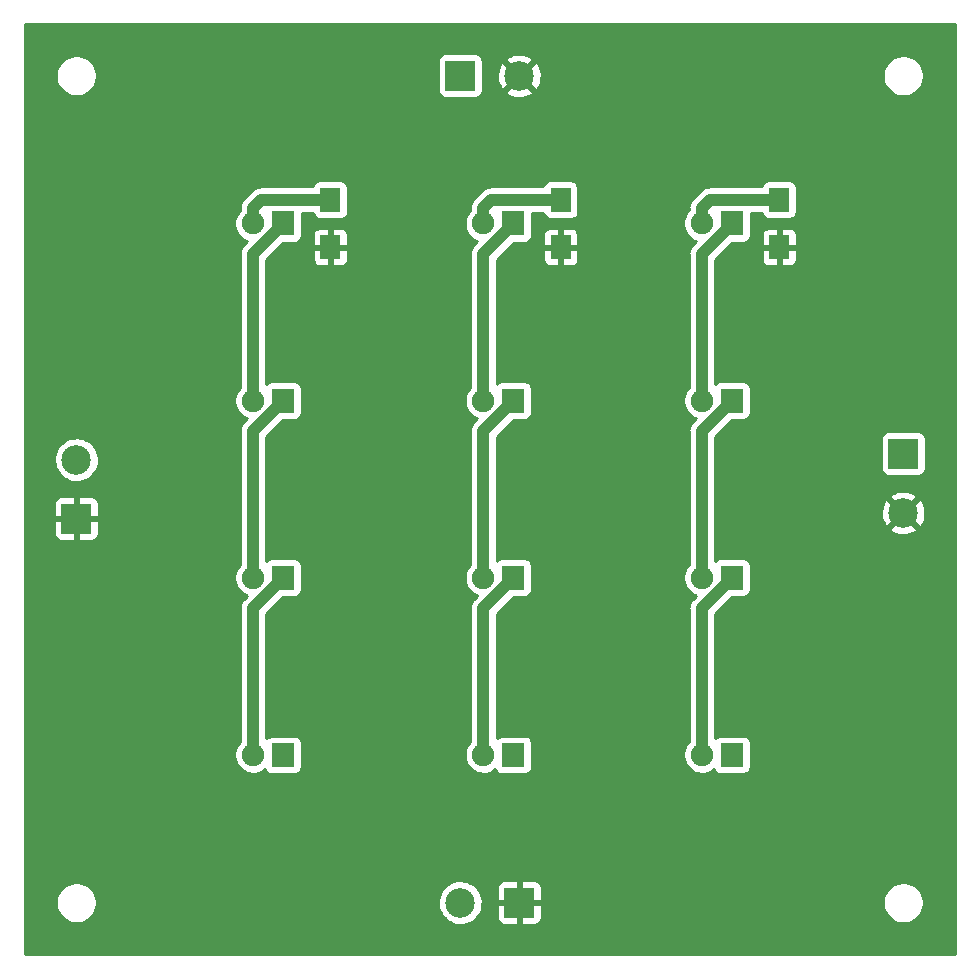
<source format=gbr>
G04 #@! TF.GenerationSoftware,KiCad,Pcbnew,6.0.0-unknown-b25ffc0~86~ubuntu16.04.1*
G04 #@! TF.CreationDate,2019-08-26T10:53:55-04:00*
G04 #@! TF.ProjectId,UV_Curing_Box,55565f43-7572-4696-9e67-5f426f782e6b,rev?*
G04 #@! TF.SameCoordinates,PX5f5e100PY68e7780*
G04 #@! TF.FileFunction,Copper,L1,Top*
G04 #@! TF.FilePolarity,Positive*
%FSLAX46Y46*%
G04 Gerber Fmt 4.6, Leading zero omitted, Abs format (unit mm)*
G04 Created by KiCad (PCBNEW 6.0.0-unknown-b25ffc0~86~ubuntu16.04.1) date 2019-08-26 10:53:55*
%MOMM*%
%LPD*%
G04 APERTURE LIST*
%ADD10R,1.700000X2.000000*%
%ADD11C,1.900000*%
%ADD12R,1.900000X2.000000*%
%ADD13C,2.500000*%
%ADD14R,2.500000X2.500000*%
%ADD15C,1.000000*%
%ADD16C,0.254000*%
G04 APERTURE END LIST*
D10*
X64500000Y64500000D03*
X64500000Y60500000D03*
X46000000Y64500000D03*
X46000000Y60500000D03*
X26500000Y64500000D03*
X26500000Y60500000D03*
D11*
X57960000Y17500000D03*
D12*
X60500000Y17500000D03*
D11*
X57960000Y32500000D03*
D12*
X60500000Y32500000D03*
D11*
X57960000Y47500000D03*
D12*
X60500000Y47500000D03*
D11*
X57960000Y62500000D03*
D12*
X60500000Y62500000D03*
D13*
X37500000Y5000000D03*
D14*
X42500000Y5000000D03*
D13*
X75000000Y38000000D03*
D14*
X75000000Y43000000D03*
D13*
X42500000Y75000000D03*
D14*
X37500000Y75000000D03*
D13*
X5000000Y42500000D03*
D14*
X5000000Y37500000D03*
D11*
X39460000Y17500000D03*
D12*
X42000000Y17500000D03*
D11*
X19960000Y17500000D03*
D12*
X22500000Y17500000D03*
D11*
X39460000Y32500000D03*
D12*
X42000000Y32500000D03*
D11*
X19960000Y32500000D03*
D12*
X22500000Y32500000D03*
D11*
X39460000Y47500000D03*
D12*
X42000000Y47500000D03*
D11*
X19960000Y47500000D03*
D12*
X22500000Y47500000D03*
D11*
X39460000Y62500000D03*
D12*
X42000000Y62500000D03*
D11*
X19960000Y62500000D03*
D12*
X22500000Y62500000D03*
D15*
X60500000Y62500000D02*
X60500000Y62450000D01*
X60500000Y62450000D02*
X57960000Y59910000D01*
X57960000Y59910000D02*
X57960000Y48843502D01*
X57960000Y48843502D02*
X57960000Y47500000D01*
X42000000Y62500000D02*
X42000000Y62450000D01*
X42000000Y62450000D02*
X39460000Y59910000D01*
X39460000Y59910000D02*
X39460000Y48843502D01*
X39460000Y48843502D02*
X39460000Y47500000D01*
X60500000Y47500000D02*
X60500000Y47450000D01*
X60500000Y47450000D02*
X57960000Y44910000D01*
X57960000Y44910000D02*
X57960000Y33843502D01*
X57960000Y33843502D02*
X57960000Y32500000D01*
X42000000Y47500000D02*
X42000000Y47450000D01*
X42000000Y47450000D02*
X39460000Y44910000D01*
X39460000Y44910000D02*
X39460000Y33843502D01*
X39460000Y33843502D02*
X39460000Y32500000D01*
X60500000Y32500000D02*
X60500000Y32450000D01*
X60500000Y32450000D02*
X57960000Y29910000D01*
X57960000Y18843502D02*
X57960000Y17500000D01*
X57960000Y29910000D02*
X57960000Y18843502D01*
X42000000Y32500000D02*
X42000000Y32450000D01*
X39460000Y29910000D02*
X39460000Y18843502D01*
X42000000Y32450000D02*
X39460000Y29910000D01*
X39460000Y18843502D02*
X39460000Y17500000D01*
X22500000Y32500000D02*
X22500000Y32450000D01*
X22500000Y32450000D02*
X19960000Y29910000D01*
X19960000Y29910000D02*
X19960000Y18843502D01*
X19960000Y18843502D02*
X19960000Y17500000D01*
X22500000Y47500000D02*
X22500000Y47450000D01*
X22500000Y47450000D02*
X19960000Y44910000D01*
X19960000Y33843502D02*
X19960000Y32500000D01*
X19960000Y44910000D02*
X19960000Y33843502D01*
X22500000Y62500000D02*
X22500000Y62450000D01*
X19960000Y59910000D02*
X19960000Y48843502D01*
X22500000Y62450000D02*
X19960000Y59910000D01*
X19960000Y48843502D02*
X19960000Y47500000D01*
X64500000Y64500000D02*
X58616498Y64500000D01*
X57960000Y63843502D02*
X57960000Y62500000D01*
X58616498Y64500000D02*
X57960000Y63843502D01*
X46000000Y64500000D02*
X40116498Y64500000D01*
X40116498Y64500000D02*
X39460000Y63843502D01*
X39460000Y63843502D02*
X39460000Y62500000D01*
X19960000Y62500000D02*
X19960000Y63843502D01*
X19960000Y63843502D02*
X20616498Y64500000D01*
X20616498Y64500000D02*
X24650000Y64500000D01*
X24650000Y64500000D02*
X26500000Y64500000D01*
D16*
G36*
X634000Y38761024D02*
G01*
X3108163Y38761024D01*
X3108163Y37628000D01*
X4872000Y37628000D01*
X4872000Y39391837D01*
X5128000Y39391837D01*
X5128000Y37628000D01*
X6891837Y37628000D01*
X6891837Y38766588D01*
X6811205Y39067511D01*
X6663815Y39243165D01*
X6470186Y39354956D01*
X6261024Y39391837D01*
X5128000Y39391837D01*
X4872000Y39391837D01*
X3733412Y39391837D01*
X3432489Y39311205D01*
X3256835Y39163815D01*
X3145044Y38970186D01*
X3108163Y38761024D01*
X634000Y38761024D01*
X634000Y42411003D01*
X3112821Y42411003D01*
X3146705Y42133038D01*
X3221302Y41863134D01*
X3334975Y41607222D01*
X3485224Y41370921D01*
X3668751Y41159424D01*
X3881524Y40977379D01*
X4118866Y40828782D01*
X4375567Y40716899D01*
X4645985Y40644188D01*
X4924179Y40612245D01*
X5204041Y40621774D01*
X5479419Y40672564D01*
X5744265Y40763500D01*
X5992761Y40892582D01*
X6219448Y41056978D01*
X6419345Y41253074D01*
X6588062Y41476564D01*
X6721892Y41722535D01*
X6817896Y41985587D01*
X6874295Y42261566D01*
X6884447Y42636725D01*
X6843054Y42915350D01*
X6761418Y43183208D01*
X6641085Y43436058D01*
X6484701Y43668344D01*
X6295700Y43874964D01*
X6078235Y44051378D01*
X5837084Y44193711D01*
X5577543Y44298836D01*
X5305314Y44364444D01*
X5026378Y44389092D01*
X4746863Y44372241D01*
X4472908Y44314261D01*
X4210533Y44216423D01*
X3965502Y44080879D01*
X3743196Y43910606D01*
X3548500Y43709344D01*
X3385691Y43481515D01*
X3258346Y43232124D01*
X3169261Y42966650D01*
X3120395Y42690923D01*
X3112821Y42411003D01*
X634000Y42411003D01*
X634000Y47408507D01*
X18373215Y47408507D01*
X18409465Y47150572D01*
X18487355Y46902021D01*
X18604796Y46669530D01*
X18758630Y46459341D01*
X18944729Y46277101D01*
X19158093Y46127701D01*
X19392993Y46015156D01*
X19446030Y45999747D01*
X19185952Y45739669D01*
X19111090Y45674362D01*
X19049257Y45586383D01*
X18982899Y45501753D01*
X18970537Y45474375D01*
X18953268Y45449804D01*
X18914208Y45349621D01*
X18869951Y45251602D01*
X18864476Y45222067D01*
X18853445Y45193770D01*
X18841054Y45095690D01*
X18819932Y44981726D01*
X18826000Y44876497D01*
X18826001Y33909953D01*
X18826000Y33909945D01*
X18826000Y33611509D01*
X18810901Y33598103D01*
X18646981Y33395680D01*
X18518325Y33169203D01*
X18428386Y32924754D01*
X18379579Y32668899D01*
X18373215Y32408507D01*
X18409465Y32150572D01*
X18487355Y31902021D01*
X18604796Y31669530D01*
X18758630Y31459341D01*
X18944729Y31277101D01*
X19158093Y31127701D01*
X19392993Y31015156D01*
X19446030Y30999747D01*
X19185952Y30739669D01*
X19111090Y30674362D01*
X19049257Y30586383D01*
X18982899Y30501753D01*
X18970537Y30474375D01*
X18953268Y30449804D01*
X18914208Y30349621D01*
X18869951Y30251602D01*
X18864476Y30222067D01*
X18853445Y30193770D01*
X18841054Y30095690D01*
X18819932Y29981726D01*
X18826000Y29876497D01*
X18826001Y18909953D01*
X18826000Y18909945D01*
X18826000Y18611509D01*
X18810901Y18598103D01*
X18646981Y18395680D01*
X18518325Y18169203D01*
X18428386Y17924754D01*
X18379579Y17668899D01*
X18373215Y17408507D01*
X18409465Y17150572D01*
X18487355Y16902021D01*
X18604796Y16669530D01*
X18758630Y16459341D01*
X18944729Y16277101D01*
X19158093Y16127701D01*
X19392993Y16015156D01*
X19643121Y15942487D01*
X19901757Y15911647D01*
X20161959Y15923462D01*
X20416737Y15977617D01*
X20659248Y16072656D01*
X20882982Y16206027D01*
X20964116Y16274591D01*
X20988795Y16182488D01*
X21136185Y16006835D01*
X21329814Y15895044D01*
X21538976Y15858163D01*
X23466588Y15858163D01*
X23767512Y15938795D01*
X23943165Y16086185D01*
X24054956Y16279814D01*
X24091837Y16488976D01*
X24091837Y18516588D01*
X24011205Y18817511D01*
X23863815Y18993165D01*
X23670186Y19104956D01*
X23461024Y19141837D01*
X21533412Y19141837D01*
X21232489Y19061205D01*
X21094000Y18945000D01*
X21094000Y29440283D01*
X22511880Y30858163D01*
X23466588Y30858163D01*
X23767512Y30938795D01*
X23943165Y31086185D01*
X24054956Y31279814D01*
X24091837Y31488976D01*
X24091837Y33516588D01*
X24011205Y33817511D01*
X23863815Y33993165D01*
X23670186Y34104956D01*
X23461024Y34141837D01*
X21533412Y34141837D01*
X21232489Y34061205D01*
X21094000Y33945000D01*
X21094000Y44440283D01*
X22511880Y45858163D01*
X23466588Y45858163D01*
X23767512Y45938795D01*
X23943165Y46086185D01*
X24054956Y46279814D01*
X24091837Y46488976D01*
X24091837Y48516588D01*
X24011205Y48817511D01*
X23863815Y48993165D01*
X23670186Y49104956D01*
X23461024Y49141837D01*
X21533412Y49141837D01*
X21232489Y49061205D01*
X21094000Y48945000D01*
X21094000Y59440283D01*
X22025717Y60372000D01*
X25008163Y60372000D01*
X25008163Y59483412D01*
X25088795Y59182488D01*
X25236185Y59006835D01*
X25429814Y58895044D01*
X25638976Y58858163D01*
X26372000Y58858163D01*
X26372000Y60372000D01*
X26628000Y60372000D01*
X26628000Y58858163D01*
X27366588Y58858163D01*
X27667512Y58938795D01*
X27843165Y59086185D01*
X27954956Y59279814D01*
X27991837Y59488976D01*
X27991837Y60372000D01*
X26628000Y60372000D01*
X26372000Y60372000D01*
X25008163Y60372000D01*
X22025717Y60372000D01*
X22511880Y60858163D01*
X23466588Y60858163D01*
X23767512Y60938795D01*
X23943165Y61086185D01*
X24054956Y61279814D01*
X24091837Y61488976D01*
X24091837Y61511024D01*
X25008163Y61511024D01*
X25008163Y60628000D01*
X26372000Y60628000D01*
X26372000Y62141837D01*
X26628000Y62141837D01*
X26628000Y60628000D01*
X27991837Y60628000D01*
X27991837Y61516588D01*
X27911205Y61817511D01*
X27763815Y61993165D01*
X27570186Y62104956D01*
X27361024Y62141837D01*
X26628000Y62141837D01*
X26372000Y62141837D01*
X25633412Y62141837D01*
X25332489Y62061205D01*
X25156835Y61913815D01*
X25045044Y61720186D01*
X25008163Y61511024D01*
X24091837Y61511024D01*
X24091837Y62408507D01*
X37873215Y62408507D01*
X37909465Y62150572D01*
X37987355Y61902021D01*
X38104796Y61669530D01*
X38258630Y61459341D01*
X38444729Y61277101D01*
X38658093Y61127701D01*
X38892993Y61015156D01*
X38946030Y60999747D01*
X38685952Y60739669D01*
X38611090Y60674362D01*
X38549257Y60586383D01*
X38482899Y60501753D01*
X38470537Y60474375D01*
X38453268Y60449804D01*
X38414208Y60349621D01*
X38369951Y60251602D01*
X38364476Y60222067D01*
X38353445Y60193770D01*
X38341054Y60095690D01*
X38319932Y59981726D01*
X38326000Y59876497D01*
X38326001Y48909953D01*
X38326000Y48909945D01*
X38326000Y48611509D01*
X38310901Y48598103D01*
X38146981Y48395680D01*
X38018325Y48169203D01*
X37928386Y47924754D01*
X37879579Y47668899D01*
X37873215Y47408507D01*
X37909465Y47150572D01*
X37987355Y46902021D01*
X38104796Y46669530D01*
X38258630Y46459341D01*
X38444729Y46277101D01*
X38658093Y46127701D01*
X38892993Y46015156D01*
X38946030Y45999747D01*
X38685952Y45739669D01*
X38611090Y45674362D01*
X38549257Y45586383D01*
X38482899Y45501753D01*
X38470537Y45474375D01*
X38453268Y45449804D01*
X38414208Y45349621D01*
X38369951Y45251602D01*
X38364476Y45222067D01*
X38353445Y45193770D01*
X38341054Y45095690D01*
X38319932Y44981726D01*
X38326000Y44876497D01*
X38326001Y33909953D01*
X38326000Y33909945D01*
X38326000Y33611509D01*
X38310901Y33598103D01*
X38146981Y33395680D01*
X38018325Y33169203D01*
X37928386Y32924754D01*
X37879579Y32668899D01*
X37873215Y32408507D01*
X37909465Y32150572D01*
X37987355Y31902021D01*
X38104796Y31669530D01*
X38258630Y31459341D01*
X38444729Y31277101D01*
X38658093Y31127701D01*
X38892993Y31015156D01*
X38946030Y30999747D01*
X38685952Y30739669D01*
X38611090Y30674362D01*
X38549257Y30586383D01*
X38482899Y30501753D01*
X38470537Y30474375D01*
X38453268Y30449804D01*
X38414208Y30349621D01*
X38369951Y30251602D01*
X38364476Y30222067D01*
X38353445Y30193770D01*
X38341054Y30095690D01*
X38319932Y29981726D01*
X38326000Y29876497D01*
X38326001Y18909953D01*
X38326000Y18909945D01*
X38326000Y18611509D01*
X38310901Y18598103D01*
X38146981Y18395680D01*
X38018325Y18169203D01*
X37928386Y17924754D01*
X37879579Y17668899D01*
X37873215Y17408507D01*
X37909465Y17150572D01*
X37987355Y16902021D01*
X38104796Y16669530D01*
X38258630Y16459341D01*
X38444729Y16277101D01*
X38658093Y16127701D01*
X38892993Y16015156D01*
X39143121Y15942487D01*
X39401757Y15911647D01*
X39661959Y15923462D01*
X39916737Y15977617D01*
X40159248Y16072656D01*
X40382982Y16206027D01*
X40464116Y16274591D01*
X40488795Y16182488D01*
X40636185Y16006835D01*
X40829814Y15895044D01*
X41038976Y15858163D01*
X42966588Y15858163D01*
X43267512Y15938795D01*
X43443165Y16086185D01*
X43554956Y16279814D01*
X43591837Y16488976D01*
X43591837Y18516588D01*
X43511205Y18817511D01*
X43363815Y18993165D01*
X43170186Y19104956D01*
X42961024Y19141837D01*
X41033412Y19141837D01*
X40732489Y19061205D01*
X40594000Y18945000D01*
X40594000Y29440283D01*
X42011880Y30858163D01*
X42966588Y30858163D01*
X43267512Y30938795D01*
X43443165Y31086185D01*
X43554956Y31279814D01*
X43591837Y31488976D01*
X43591837Y33516588D01*
X43511205Y33817511D01*
X43363815Y33993165D01*
X43170186Y34104956D01*
X42961024Y34141837D01*
X41033412Y34141837D01*
X40732489Y34061205D01*
X40594000Y33945000D01*
X40594000Y44440283D01*
X42011880Y45858163D01*
X42966588Y45858163D01*
X43267512Y45938795D01*
X43443165Y46086185D01*
X43554956Y46279814D01*
X43591837Y46488976D01*
X43591837Y48516588D01*
X43511205Y48817511D01*
X43363815Y48993165D01*
X43170186Y49104956D01*
X42961024Y49141837D01*
X41033412Y49141837D01*
X40732489Y49061205D01*
X40594000Y48945000D01*
X40594000Y59440283D01*
X41525717Y60372000D01*
X44508163Y60372000D01*
X44508163Y59483412D01*
X44588795Y59182488D01*
X44736185Y59006835D01*
X44929814Y58895044D01*
X45138976Y58858163D01*
X45872000Y58858163D01*
X45872000Y60372000D01*
X46128000Y60372000D01*
X46128000Y58858163D01*
X46866588Y58858163D01*
X47167512Y58938795D01*
X47343165Y59086185D01*
X47454956Y59279814D01*
X47491837Y59488976D01*
X47491837Y60372000D01*
X46128000Y60372000D01*
X45872000Y60372000D01*
X44508163Y60372000D01*
X41525717Y60372000D01*
X42011880Y60858163D01*
X42966588Y60858163D01*
X43267512Y60938795D01*
X43443165Y61086185D01*
X43554956Y61279814D01*
X43591837Y61488976D01*
X43591837Y61511024D01*
X44508163Y61511024D01*
X44508163Y60628000D01*
X45872000Y60628000D01*
X45872000Y62141837D01*
X46128000Y62141837D01*
X46128000Y60628000D01*
X47491837Y60628000D01*
X47491837Y61516588D01*
X47411205Y61817511D01*
X47263815Y61993165D01*
X47070186Y62104956D01*
X46861024Y62141837D01*
X46128000Y62141837D01*
X45872000Y62141837D01*
X45133412Y62141837D01*
X44832489Y62061205D01*
X44656835Y61913815D01*
X44545044Y61720186D01*
X44508163Y61511024D01*
X43591837Y61511024D01*
X43591837Y62408507D01*
X56373215Y62408507D01*
X56409465Y62150572D01*
X56487355Y61902021D01*
X56604796Y61669530D01*
X56758630Y61459341D01*
X56944729Y61277101D01*
X57158093Y61127701D01*
X57392993Y61015156D01*
X57446030Y60999747D01*
X57185952Y60739669D01*
X57111090Y60674362D01*
X57049257Y60586383D01*
X56982899Y60501753D01*
X56970537Y60474375D01*
X56953268Y60449804D01*
X56914208Y60349621D01*
X56869951Y60251602D01*
X56864476Y60222067D01*
X56853445Y60193770D01*
X56841054Y60095690D01*
X56819932Y59981726D01*
X56826000Y59876497D01*
X56826001Y48909953D01*
X56826000Y48909945D01*
X56826000Y48611509D01*
X56810901Y48598103D01*
X56646981Y48395680D01*
X56518325Y48169203D01*
X56428386Y47924754D01*
X56379579Y47668899D01*
X56373215Y47408507D01*
X56409465Y47150572D01*
X56487355Y46902021D01*
X56604796Y46669530D01*
X56758630Y46459341D01*
X56944729Y46277101D01*
X57158093Y46127701D01*
X57392993Y46015156D01*
X57446030Y45999747D01*
X57185952Y45739669D01*
X57111090Y45674362D01*
X57049257Y45586383D01*
X56982899Y45501753D01*
X56970537Y45474375D01*
X56953268Y45449804D01*
X56914208Y45349621D01*
X56869951Y45251602D01*
X56864476Y45222067D01*
X56853445Y45193770D01*
X56841054Y45095690D01*
X56819932Y44981726D01*
X56826000Y44876497D01*
X56826001Y33909953D01*
X56826000Y33909945D01*
X56826000Y33611509D01*
X56810901Y33598103D01*
X56646981Y33395680D01*
X56518325Y33169203D01*
X56428386Y32924754D01*
X56379579Y32668899D01*
X56373215Y32408507D01*
X56409465Y32150572D01*
X56487355Y31902021D01*
X56604796Y31669530D01*
X56758630Y31459341D01*
X56944729Y31277101D01*
X57158093Y31127701D01*
X57392993Y31015156D01*
X57446030Y30999747D01*
X57185952Y30739669D01*
X57111090Y30674362D01*
X57049257Y30586383D01*
X56982899Y30501753D01*
X56970537Y30474375D01*
X56953268Y30449804D01*
X56914208Y30349621D01*
X56869951Y30251602D01*
X56864476Y30222067D01*
X56853445Y30193770D01*
X56841054Y30095690D01*
X56819932Y29981726D01*
X56826000Y29876497D01*
X56826001Y18909953D01*
X56826000Y18909945D01*
X56826000Y18611509D01*
X56810901Y18598103D01*
X56646981Y18395680D01*
X56518325Y18169203D01*
X56428386Y17924754D01*
X56379579Y17668899D01*
X56373215Y17408507D01*
X56409465Y17150572D01*
X56487355Y16902021D01*
X56604796Y16669530D01*
X56758630Y16459341D01*
X56944729Y16277101D01*
X57158093Y16127701D01*
X57392993Y16015156D01*
X57643121Y15942487D01*
X57901757Y15911647D01*
X58161959Y15923462D01*
X58416737Y15977617D01*
X58659248Y16072656D01*
X58882982Y16206027D01*
X58964116Y16274591D01*
X58988795Y16182488D01*
X59136185Y16006835D01*
X59329814Y15895044D01*
X59538976Y15858163D01*
X61466588Y15858163D01*
X61767512Y15938795D01*
X61943165Y16086185D01*
X62054956Y16279814D01*
X62091837Y16488976D01*
X62091837Y18516588D01*
X62011205Y18817511D01*
X61863815Y18993165D01*
X61670186Y19104956D01*
X61461024Y19141837D01*
X59533412Y19141837D01*
X59232489Y19061205D01*
X59094000Y18945000D01*
X59094000Y29440283D01*
X60511880Y30858163D01*
X61466588Y30858163D01*
X61767512Y30938795D01*
X61943165Y31086185D01*
X62054956Y31279814D01*
X62091837Y31488976D01*
X62091837Y33516588D01*
X62011205Y33817511D01*
X61863815Y33993165D01*
X61670186Y34104956D01*
X61461024Y34141837D01*
X59533412Y34141837D01*
X59232489Y34061205D01*
X59094000Y33945000D01*
X59094000Y36580263D01*
X73761282Y36580263D01*
X73881522Y36477380D01*
X74118866Y36328782D01*
X74375567Y36216899D01*
X74645985Y36144188D01*
X74924179Y36112245D01*
X75204041Y36121774D01*
X75479419Y36172564D01*
X75744265Y36263500D01*
X75992761Y36392582D01*
X76244114Y36574867D01*
X75000000Y37818981D01*
X73761282Y36580263D01*
X59094000Y36580263D01*
X59094000Y37911003D01*
X73112821Y37911003D01*
X73146705Y37633038D01*
X73221302Y37363134D01*
X73334975Y37107222D01*
X73485227Y36870916D01*
X73580326Y36761345D01*
X74818981Y38000000D01*
X75181019Y38000000D01*
X76423045Y36757974D01*
X76588063Y36976564D01*
X76721892Y37222535D01*
X76817896Y37485587D01*
X76874295Y37761566D01*
X76884447Y38136725D01*
X76843054Y38415350D01*
X76761418Y38683208D01*
X76641085Y38936058D01*
X76430247Y39249228D01*
X75181019Y38000000D01*
X74818981Y38000000D01*
X73573981Y39245000D01*
X73385691Y38981515D01*
X73258346Y38732124D01*
X73169261Y38466650D01*
X73120395Y38190923D01*
X73112821Y37911003D01*
X59094000Y37911003D01*
X59094000Y39422411D01*
X73758608Y39422411D01*
X75000000Y38181019D01*
X76239521Y39420540D01*
X76078235Y39551378D01*
X75837084Y39693711D01*
X75577543Y39798836D01*
X75305314Y39864444D01*
X75026378Y39889092D01*
X74746863Y39872241D01*
X74472908Y39814261D01*
X74210533Y39716423D01*
X73965502Y39580879D01*
X73758608Y39422411D01*
X59094000Y39422411D01*
X59094000Y44261024D01*
X73108163Y44261024D01*
X73108163Y41733412D01*
X73188795Y41432488D01*
X73336185Y41256835D01*
X73529814Y41145044D01*
X73738976Y41108163D01*
X76266588Y41108163D01*
X76567512Y41188795D01*
X76743165Y41336185D01*
X76854956Y41529814D01*
X76891837Y41738976D01*
X76891837Y44266588D01*
X76811205Y44567511D01*
X76663815Y44743165D01*
X76470186Y44854956D01*
X76261024Y44891837D01*
X73733412Y44891837D01*
X73432489Y44811205D01*
X73256835Y44663815D01*
X73145044Y44470186D01*
X73108163Y44261024D01*
X59094000Y44261024D01*
X59094000Y44440283D01*
X60511880Y45858163D01*
X61466588Y45858163D01*
X61767512Y45938795D01*
X61943165Y46086185D01*
X62054956Y46279814D01*
X62091837Y46488976D01*
X62091837Y48516588D01*
X62011205Y48817511D01*
X61863815Y48993165D01*
X61670186Y49104956D01*
X61461024Y49141837D01*
X59533412Y49141837D01*
X59232489Y49061205D01*
X59094000Y48945000D01*
X59094000Y59440283D01*
X60025717Y60372000D01*
X63008163Y60372000D01*
X63008163Y59483412D01*
X63088795Y59182488D01*
X63236185Y59006835D01*
X63429814Y58895044D01*
X63638976Y58858163D01*
X64372000Y58858163D01*
X64372000Y60372000D01*
X64628000Y60372000D01*
X64628000Y58858163D01*
X65366588Y58858163D01*
X65667512Y58938795D01*
X65843165Y59086185D01*
X65954956Y59279814D01*
X65991837Y59488976D01*
X65991837Y60372000D01*
X64628000Y60372000D01*
X64372000Y60372000D01*
X63008163Y60372000D01*
X60025717Y60372000D01*
X60511880Y60858163D01*
X61466588Y60858163D01*
X61767512Y60938795D01*
X61943165Y61086185D01*
X62054956Y61279814D01*
X62091837Y61488976D01*
X62091837Y61511024D01*
X63008163Y61511024D01*
X63008163Y60628000D01*
X64372000Y60628000D01*
X64372000Y62141837D01*
X64628000Y62141837D01*
X64628000Y60628000D01*
X65991837Y60628000D01*
X65991837Y61516588D01*
X65911205Y61817511D01*
X65763815Y61993165D01*
X65570186Y62104956D01*
X65361024Y62141837D01*
X64628000Y62141837D01*
X64372000Y62141837D01*
X63633412Y62141837D01*
X63332489Y62061205D01*
X63156835Y61913815D01*
X63045044Y61720186D01*
X63008163Y61511024D01*
X62091837Y61511024D01*
X62091837Y63366000D01*
X63039623Y63366000D01*
X63088795Y63182488D01*
X63236185Y63006835D01*
X63429814Y62895044D01*
X63638976Y62858163D01*
X65366588Y62858163D01*
X65667512Y62938795D01*
X65843165Y63086185D01*
X65954956Y63279814D01*
X65991837Y63488976D01*
X65991837Y65516588D01*
X65911205Y65817511D01*
X65763815Y65993165D01*
X65570186Y66104956D01*
X65361024Y66141837D01*
X63633412Y66141837D01*
X63332489Y66061205D01*
X63156835Y65913815D01*
X63045044Y65720186D01*
X63029847Y65634000D01*
X58655800Y65634000D01*
X58556713Y65640755D01*
X58450790Y65622269D01*
X58344015Y65609349D01*
X58315913Y65598729D01*
X58286330Y65593567D01*
X58187875Y65550347D01*
X58087266Y65512331D01*
X58062508Y65495316D01*
X58034700Y65483108D01*
X57956595Y65422523D01*
X57861067Y65356869D01*
X57790921Y65278139D01*
X57185960Y64673178D01*
X57111090Y64607864D01*
X57049257Y64519885D01*
X56982899Y64435255D01*
X56970537Y64407877D01*
X56953268Y64383306D01*
X56914208Y64283123D01*
X56869951Y64185104D01*
X56864476Y64155569D01*
X56853445Y64127272D01*
X56841054Y64029192D01*
X56819932Y63915228D01*
X56826000Y63809999D01*
X56826000Y63611509D01*
X56810901Y63598103D01*
X56646981Y63395680D01*
X56518325Y63169203D01*
X56428386Y62924754D01*
X56379579Y62668899D01*
X56373215Y62408507D01*
X43591837Y62408507D01*
X43591837Y63366000D01*
X44539623Y63366000D01*
X44588795Y63182488D01*
X44736185Y63006835D01*
X44929814Y62895044D01*
X45138976Y62858163D01*
X46866588Y62858163D01*
X47167512Y62938795D01*
X47343165Y63086185D01*
X47454956Y63279814D01*
X47491837Y63488976D01*
X47491837Y65516588D01*
X47411205Y65817511D01*
X47263815Y65993165D01*
X47070186Y66104956D01*
X46861024Y66141837D01*
X45133412Y66141837D01*
X44832489Y66061205D01*
X44656835Y65913815D01*
X44545044Y65720186D01*
X44529847Y65634000D01*
X40155800Y65634000D01*
X40056713Y65640755D01*
X39950790Y65622269D01*
X39844015Y65609349D01*
X39815913Y65598729D01*
X39786330Y65593567D01*
X39687875Y65550347D01*
X39587266Y65512331D01*
X39562508Y65495316D01*
X39534700Y65483108D01*
X39456595Y65422523D01*
X39361067Y65356869D01*
X39290921Y65278139D01*
X38685960Y64673178D01*
X38611090Y64607864D01*
X38549257Y64519885D01*
X38482899Y64435255D01*
X38470537Y64407877D01*
X38453268Y64383306D01*
X38414208Y64283123D01*
X38369951Y64185104D01*
X38364476Y64155569D01*
X38353445Y64127272D01*
X38341054Y64029192D01*
X38319932Y63915228D01*
X38326000Y63809999D01*
X38326000Y63611509D01*
X38310901Y63598103D01*
X38146981Y63395680D01*
X38018325Y63169203D01*
X37928386Y62924754D01*
X37879579Y62668899D01*
X37873215Y62408507D01*
X24091837Y62408507D01*
X24091837Y63366000D01*
X25039623Y63366000D01*
X25088795Y63182488D01*
X25236185Y63006835D01*
X25429814Y62895044D01*
X25638976Y62858163D01*
X27366588Y62858163D01*
X27667512Y62938795D01*
X27843165Y63086185D01*
X27954956Y63279814D01*
X27991837Y63488976D01*
X27991837Y65516588D01*
X27911205Y65817511D01*
X27763815Y65993165D01*
X27570186Y66104956D01*
X27361024Y66141837D01*
X25633412Y66141837D01*
X25332489Y66061205D01*
X25156835Y65913815D01*
X25045044Y65720186D01*
X25029847Y65634000D01*
X20655800Y65634000D01*
X20556713Y65640755D01*
X20450790Y65622269D01*
X20344015Y65609349D01*
X20315913Y65598729D01*
X20286330Y65593567D01*
X20187875Y65550347D01*
X20087266Y65512331D01*
X20062508Y65495316D01*
X20034700Y65483108D01*
X19956595Y65422523D01*
X19861067Y65356869D01*
X19790921Y65278139D01*
X19185953Y64673171D01*
X19111091Y64607865D01*
X19049264Y64519895D01*
X18982899Y64435256D01*
X18970537Y64407878D01*
X18953268Y64383306D01*
X18914209Y64283125D01*
X18869950Y64185102D01*
X18864477Y64155566D01*
X18853446Y64127274D01*
X18841058Y64029211D01*
X18819932Y63915228D01*
X18826001Y63809983D01*
X18826001Y63611509D01*
X18810901Y63598103D01*
X18646981Y63395680D01*
X18518325Y63169203D01*
X18428386Y62924754D01*
X18379579Y62668899D01*
X18373215Y62408507D01*
X18409465Y62150572D01*
X18487355Y61902021D01*
X18604796Y61669530D01*
X18758630Y61459341D01*
X18944729Y61277101D01*
X19158093Y61127701D01*
X19392993Y61015156D01*
X19446030Y60999747D01*
X19185952Y60739669D01*
X19111090Y60674362D01*
X19049257Y60586383D01*
X18982899Y60501753D01*
X18970537Y60474375D01*
X18953268Y60449804D01*
X18914208Y60349621D01*
X18869951Y60251602D01*
X18864476Y60222067D01*
X18853445Y60193770D01*
X18841054Y60095690D01*
X18819932Y59981726D01*
X18826000Y59876497D01*
X18826001Y48909953D01*
X18826000Y48909945D01*
X18826000Y48611509D01*
X18810901Y48598103D01*
X18646981Y48395680D01*
X18518325Y48169203D01*
X18428386Y47924754D01*
X18379579Y47668899D01*
X18373215Y47408507D01*
X634000Y47408507D01*
X634000Y62408507D01*
X634000Y75136469D01*
X3266000Y75136469D01*
X3266000Y74863531D01*
X3308698Y74593954D01*
X3393039Y74334375D01*
X3516950Y74091186D01*
X3677379Y73870375D01*
X3870375Y73677379D01*
X4091186Y73516950D01*
X4334375Y73393039D01*
X4593954Y73308698D01*
X4863531Y73266000D01*
X5136469Y73266000D01*
X5406046Y73308698D01*
X5665625Y73393039D01*
X5908814Y73516950D01*
X6129625Y73677379D01*
X6322621Y73870375D01*
X6483050Y74091186D01*
X6606961Y74334375D01*
X6691302Y74593954D01*
X6734000Y74863531D01*
X6734000Y75136469D01*
X6691302Y75406046D01*
X6606961Y75665625D01*
X6483050Y75908814D01*
X6322621Y76129625D01*
X6191222Y76261024D01*
X35608163Y76261024D01*
X35608163Y73733412D01*
X35688795Y73432488D01*
X35836185Y73256835D01*
X36029814Y73145044D01*
X36238976Y73108163D01*
X38766588Y73108163D01*
X39067512Y73188795D01*
X39243165Y73336185D01*
X39354956Y73529814D01*
X39363851Y73580263D01*
X41261282Y73580263D01*
X41381522Y73477380D01*
X41618866Y73328782D01*
X41875567Y73216899D01*
X42145985Y73144188D01*
X42424179Y73112245D01*
X42704041Y73121774D01*
X42979419Y73172564D01*
X43244265Y73263500D01*
X43492761Y73392582D01*
X43744114Y73574867D01*
X42500000Y74818981D01*
X41261282Y73580263D01*
X39363851Y73580263D01*
X39391837Y73738976D01*
X39391837Y74911003D01*
X40612821Y74911003D01*
X40646705Y74633038D01*
X40721302Y74363134D01*
X40834975Y74107222D01*
X40985227Y73870916D01*
X41080326Y73761345D01*
X42318981Y75000000D01*
X42681019Y75000000D01*
X43923045Y73757974D01*
X44088063Y73976564D01*
X44221892Y74222535D01*
X44317896Y74485587D01*
X44374295Y74761566D01*
X44384440Y75136469D01*
X73266000Y75136469D01*
X73266000Y74863531D01*
X73308698Y74593954D01*
X73393039Y74334375D01*
X73516950Y74091186D01*
X73677379Y73870375D01*
X73870375Y73677379D01*
X74091186Y73516950D01*
X74334375Y73393039D01*
X74593954Y73308698D01*
X74863531Y73266000D01*
X75136469Y73266000D01*
X75406046Y73308698D01*
X75665625Y73393039D01*
X75908814Y73516950D01*
X76129625Y73677379D01*
X76322621Y73870375D01*
X76483050Y74091186D01*
X76606961Y74334375D01*
X76691302Y74593954D01*
X76734000Y74863531D01*
X76734000Y75136469D01*
X76691302Y75406046D01*
X76606961Y75665625D01*
X76483050Y75908814D01*
X76322621Y76129625D01*
X76129625Y76322621D01*
X75908814Y76483050D01*
X75665625Y76606961D01*
X75406046Y76691302D01*
X75136469Y76734000D01*
X74863531Y76734000D01*
X74593954Y76691302D01*
X74334375Y76606961D01*
X74091186Y76483050D01*
X73870375Y76322621D01*
X73677379Y76129625D01*
X73516950Y75908814D01*
X73393039Y75665625D01*
X73308698Y75406046D01*
X73266000Y75136469D01*
X44384440Y75136469D01*
X44384447Y75136725D01*
X44343054Y75415350D01*
X44261418Y75683208D01*
X44141085Y75936058D01*
X43930247Y76249228D01*
X42681019Y75000000D01*
X42318981Y75000000D01*
X41073981Y76245000D01*
X40885691Y75981515D01*
X40758346Y75732124D01*
X40669261Y75466650D01*
X40620395Y75190923D01*
X40612821Y74911003D01*
X39391837Y74911003D01*
X39391837Y76266588D01*
X39350085Y76422411D01*
X41258608Y76422411D01*
X42500000Y75181019D01*
X43739521Y76420540D01*
X43578235Y76551378D01*
X43337084Y76693711D01*
X43077543Y76798836D01*
X42805314Y76864444D01*
X42526378Y76889092D01*
X42246863Y76872241D01*
X41972908Y76814261D01*
X41710533Y76716423D01*
X41465502Y76580879D01*
X41258608Y76422411D01*
X39350085Y76422411D01*
X39311205Y76567511D01*
X39163815Y76743165D01*
X38970186Y76854956D01*
X38761024Y76891837D01*
X36233412Y76891837D01*
X35932489Y76811205D01*
X35756835Y76663815D01*
X35645044Y76470186D01*
X35608163Y76261024D01*
X6191222Y76261024D01*
X6129625Y76322621D01*
X5908814Y76483050D01*
X5665625Y76606961D01*
X5406046Y76691302D01*
X5136469Y76734000D01*
X4863531Y76734000D01*
X4593954Y76691302D01*
X4334375Y76606961D01*
X4091186Y76483050D01*
X3870375Y76322621D01*
X3677379Y76129625D01*
X3516950Y75908814D01*
X3393039Y75665625D01*
X3308698Y75406046D01*
X3266000Y75136469D01*
X634000Y75136469D01*
X634000Y79366000D01*
X79366001Y79366000D01*
X79366000Y634000D01*
X634000Y634000D01*
X634000Y5136469D01*
X3266000Y5136469D01*
X3266000Y4863531D01*
X3308698Y4593954D01*
X3393039Y4334375D01*
X3516950Y4091186D01*
X3677379Y3870375D01*
X3870375Y3677379D01*
X4091186Y3516950D01*
X4334375Y3393039D01*
X4593954Y3308698D01*
X4863531Y3266000D01*
X5136469Y3266000D01*
X5406046Y3308698D01*
X5665625Y3393039D01*
X5908814Y3516950D01*
X6129625Y3677379D01*
X6322621Y3870375D01*
X6483050Y4091186D01*
X6606961Y4334375D01*
X6691302Y4593954D01*
X6734000Y4863531D01*
X6734000Y4911003D01*
X35612821Y4911003D01*
X35646705Y4633038D01*
X35721302Y4363134D01*
X35834975Y4107222D01*
X35985224Y3870921D01*
X36168751Y3659424D01*
X36381524Y3477379D01*
X36618866Y3328782D01*
X36875567Y3216899D01*
X37145985Y3144188D01*
X37424179Y3112245D01*
X37704041Y3121774D01*
X37979419Y3172564D01*
X38244265Y3263500D01*
X38492761Y3392582D01*
X38719448Y3556978D01*
X38919345Y3753074D01*
X39088062Y3976564D01*
X39221892Y4222535D01*
X39317896Y4485587D01*
X39374295Y4761566D01*
X39377283Y4872000D01*
X40608163Y4872000D01*
X40608163Y3733412D01*
X40688795Y3432488D01*
X40836185Y3256835D01*
X41029814Y3145044D01*
X41238976Y3108163D01*
X42372000Y3108163D01*
X42372000Y4872000D01*
X42628000Y4872000D01*
X42628000Y3108163D01*
X43766588Y3108163D01*
X44067512Y3188795D01*
X44243165Y3336185D01*
X44354956Y3529814D01*
X44391837Y3738976D01*
X44391837Y4872000D01*
X42628000Y4872000D01*
X42372000Y4872000D01*
X40608163Y4872000D01*
X39377283Y4872000D01*
X39384447Y5136725D01*
X39343054Y5415350D01*
X39261418Y5683208D01*
X39141085Y5936058D01*
X38984701Y6168344D01*
X38899925Y6261024D01*
X40608163Y6261024D01*
X40608163Y5128000D01*
X42372000Y5128000D01*
X42372000Y6891837D01*
X42628000Y6891837D01*
X42628000Y5128000D01*
X44391837Y5128000D01*
X44391837Y5136469D01*
X73266000Y5136469D01*
X73266000Y4863531D01*
X73308698Y4593954D01*
X73393039Y4334375D01*
X73516950Y4091186D01*
X73677379Y3870375D01*
X73870375Y3677379D01*
X74091186Y3516950D01*
X74334375Y3393039D01*
X74593954Y3308698D01*
X74863531Y3266000D01*
X75136469Y3266000D01*
X75406046Y3308698D01*
X75665625Y3393039D01*
X75908814Y3516950D01*
X76129625Y3677379D01*
X76322621Y3870375D01*
X76483050Y4091186D01*
X76606961Y4334375D01*
X76691302Y4593954D01*
X76734000Y4863531D01*
X76734000Y5136469D01*
X76691302Y5406046D01*
X76606961Y5665625D01*
X76483050Y5908814D01*
X76322621Y6129625D01*
X76129625Y6322621D01*
X75908814Y6483050D01*
X75665625Y6606961D01*
X75406046Y6691302D01*
X75136469Y6734000D01*
X74863531Y6734000D01*
X74593954Y6691302D01*
X74334375Y6606961D01*
X74091186Y6483050D01*
X73870375Y6322621D01*
X73677379Y6129625D01*
X73516950Y5908814D01*
X73393039Y5665625D01*
X73308698Y5406046D01*
X73266000Y5136469D01*
X44391837Y5136469D01*
X44391837Y6266588D01*
X44311205Y6567511D01*
X44163815Y6743165D01*
X43970186Y6854956D01*
X43761024Y6891837D01*
X42628000Y6891837D01*
X42372000Y6891837D01*
X41233412Y6891837D01*
X40932489Y6811205D01*
X40756835Y6663815D01*
X40645044Y6470186D01*
X40608163Y6261024D01*
X38899925Y6261024D01*
X38795700Y6374964D01*
X38578235Y6551378D01*
X38337084Y6693711D01*
X38077543Y6798836D01*
X37805314Y6864444D01*
X37526378Y6889092D01*
X37246863Y6872241D01*
X36972908Y6814261D01*
X36710533Y6716423D01*
X36465502Y6580879D01*
X36243196Y6410606D01*
X36048500Y6209344D01*
X35885691Y5981515D01*
X35758346Y5732124D01*
X35669261Y5466650D01*
X35620395Y5190923D01*
X35612821Y4911003D01*
X6734000Y4911003D01*
X6734000Y5136469D01*
X6691302Y5406046D01*
X6606961Y5665625D01*
X6483050Y5908814D01*
X6322621Y6129625D01*
X6129625Y6322621D01*
X5908814Y6483050D01*
X5665625Y6606961D01*
X5406046Y6691302D01*
X5136469Y6734000D01*
X4863531Y6734000D01*
X4593954Y6691302D01*
X4334375Y6606961D01*
X4091186Y6483050D01*
X3870375Y6322621D01*
X3677379Y6129625D01*
X3516950Y5908814D01*
X3393039Y5665625D01*
X3308698Y5406046D01*
X3266000Y5136469D01*
X634000Y5136469D01*
X634000Y37372000D01*
X3108163Y37372000D01*
X3108163Y36233412D01*
X3188795Y35932488D01*
X3336185Y35756835D01*
X3529814Y35645044D01*
X3738976Y35608163D01*
X4872000Y35608163D01*
X4872000Y37372000D01*
X5128000Y37372000D01*
X5128000Y35608163D01*
X6266588Y35608163D01*
X6567512Y35688795D01*
X6743165Y35836185D01*
X6854956Y36029814D01*
X6891837Y36238976D01*
X6891837Y37372000D01*
X5128000Y37372000D01*
X4872000Y37372000D01*
X3108163Y37372000D01*
X634000Y37372000D01*
X634000Y38761024D01*
X634000Y38761024D01*
G37*
X634000Y38761024D02*
X3108163Y38761024D01*
X3108163Y37628000D01*
X4872000Y37628000D01*
X4872000Y39391837D01*
X5128000Y39391837D01*
X5128000Y37628000D01*
X6891837Y37628000D01*
X6891837Y38766588D01*
X6811205Y39067511D01*
X6663815Y39243165D01*
X6470186Y39354956D01*
X6261024Y39391837D01*
X5128000Y39391837D01*
X4872000Y39391837D01*
X3733412Y39391837D01*
X3432489Y39311205D01*
X3256835Y39163815D01*
X3145044Y38970186D01*
X3108163Y38761024D01*
X634000Y38761024D01*
X634000Y42411003D01*
X3112821Y42411003D01*
X3146705Y42133038D01*
X3221302Y41863134D01*
X3334975Y41607222D01*
X3485224Y41370921D01*
X3668751Y41159424D01*
X3881524Y40977379D01*
X4118866Y40828782D01*
X4375567Y40716899D01*
X4645985Y40644188D01*
X4924179Y40612245D01*
X5204041Y40621774D01*
X5479419Y40672564D01*
X5744265Y40763500D01*
X5992761Y40892582D01*
X6219448Y41056978D01*
X6419345Y41253074D01*
X6588062Y41476564D01*
X6721892Y41722535D01*
X6817896Y41985587D01*
X6874295Y42261566D01*
X6884447Y42636725D01*
X6843054Y42915350D01*
X6761418Y43183208D01*
X6641085Y43436058D01*
X6484701Y43668344D01*
X6295700Y43874964D01*
X6078235Y44051378D01*
X5837084Y44193711D01*
X5577543Y44298836D01*
X5305314Y44364444D01*
X5026378Y44389092D01*
X4746863Y44372241D01*
X4472908Y44314261D01*
X4210533Y44216423D01*
X3965502Y44080879D01*
X3743196Y43910606D01*
X3548500Y43709344D01*
X3385691Y43481515D01*
X3258346Y43232124D01*
X3169261Y42966650D01*
X3120395Y42690923D01*
X3112821Y42411003D01*
X634000Y42411003D01*
X634000Y47408507D01*
X18373215Y47408507D01*
X18409465Y47150572D01*
X18487355Y46902021D01*
X18604796Y46669530D01*
X18758630Y46459341D01*
X18944729Y46277101D01*
X19158093Y46127701D01*
X19392993Y46015156D01*
X19446030Y45999747D01*
X19185952Y45739669D01*
X19111090Y45674362D01*
X19049257Y45586383D01*
X18982899Y45501753D01*
X18970537Y45474375D01*
X18953268Y45449804D01*
X18914208Y45349621D01*
X18869951Y45251602D01*
X18864476Y45222067D01*
X18853445Y45193770D01*
X18841054Y45095690D01*
X18819932Y44981726D01*
X18826000Y44876497D01*
X18826001Y33909953D01*
X18826000Y33909945D01*
X18826000Y33611509D01*
X18810901Y33598103D01*
X18646981Y33395680D01*
X18518325Y33169203D01*
X18428386Y32924754D01*
X18379579Y32668899D01*
X18373215Y32408507D01*
X18409465Y32150572D01*
X18487355Y31902021D01*
X18604796Y31669530D01*
X18758630Y31459341D01*
X18944729Y31277101D01*
X19158093Y31127701D01*
X19392993Y31015156D01*
X19446030Y30999747D01*
X19185952Y30739669D01*
X19111090Y30674362D01*
X19049257Y30586383D01*
X18982899Y30501753D01*
X18970537Y30474375D01*
X18953268Y30449804D01*
X18914208Y30349621D01*
X18869951Y30251602D01*
X18864476Y30222067D01*
X18853445Y30193770D01*
X18841054Y30095690D01*
X18819932Y29981726D01*
X18826000Y29876497D01*
X18826001Y18909953D01*
X18826000Y18909945D01*
X18826000Y18611509D01*
X18810901Y18598103D01*
X18646981Y18395680D01*
X18518325Y18169203D01*
X18428386Y17924754D01*
X18379579Y17668899D01*
X18373215Y17408507D01*
X18409465Y17150572D01*
X18487355Y16902021D01*
X18604796Y16669530D01*
X18758630Y16459341D01*
X18944729Y16277101D01*
X19158093Y16127701D01*
X19392993Y16015156D01*
X19643121Y15942487D01*
X19901757Y15911647D01*
X20161959Y15923462D01*
X20416737Y15977617D01*
X20659248Y16072656D01*
X20882982Y16206027D01*
X20964116Y16274591D01*
X20988795Y16182488D01*
X21136185Y16006835D01*
X21329814Y15895044D01*
X21538976Y15858163D01*
X23466588Y15858163D01*
X23767512Y15938795D01*
X23943165Y16086185D01*
X24054956Y16279814D01*
X24091837Y16488976D01*
X24091837Y18516588D01*
X24011205Y18817511D01*
X23863815Y18993165D01*
X23670186Y19104956D01*
X23461024Y19141837D01*
X21533412Y19141837D01*
X21232489Y19061205D01*
X21094000Y18945000D01*
X21094000Y29440283D01*
X22511880Y30858163D01*
X23466588Y30858163D01*
X23767512Y30938795D01*
X23943165Y31086185D01*
X24054956Y31279814D01*
X24091837Y31488976D01*
X24091837Y33516588D01*
X24011205Y33817511D01*
X23863815Y33993165D01*
X23670186Y34104956D01*
X23461024Y34141837D01*
X21533412Y34141837D01*
X21232489Y34061205D01*
X21094000Y33945000D01*
X21094000Y44440283D01*
X22511880Y45858163D01*
X23466588Y45858163D01*
X23767512Y45938795D01*
X23943165Y46086185D01*
X24054956Y46279814D01*
X24091837Y46488976D01*
X24091837Y48516588D01*
X24011205Y48817511D01*
X23863815Y48993165D01*
X23670186Y49104956D01*
X23461024Y49141837D01*
X21533412Y49141837D01*
X21232489Y49061205D01*
X21094000Y48945000D01*
X21094000Y59440283D01*
X22025717Y60372000D01*
X25008163Y60372000D01*
X25008163Y59483412D01*
X25088795Y59182488D01*
X25236185Y59006835D01*
X25429814Y58895044D01*
X25638976Y58858163D01*
X26372000Y58858163D01*
X26372000Y60372000D01*
X26628000Y60372000D01*
X26628000Y58858163D01*
X27366588Y58858163D01*
X27667512Y58938795D01*
X27843165Y59086185D01*
X27954956Y59279814D01*
X27991837Y59488976D01*
X27991837Y60372000D01*
X26628000Y60372000D01*
X26372000Y60372000D01*
X25008163Y60372000D01*
X22025717Y60372000D01*
X22511880Y60858163D01*
X23466588Y60858163D01*
X23767512Y60938795D01*
X23943165Y61086185D01*
X24054956Y61279814D01*
X24091837Y61488976D01*
X24091837Y61511024D01*
X25008163Y61511024D01*
X25008163Y60628000D01*
X26372000Y60628000D01*
X26372000Y62141837D01*
X26628000Y62141837D01*
X26628000Y60628000D01*
X27991837Y60628000D01*
X27991837Y61516588D01*
X27911205Y61817511D01*
X27763815Y61993165D01*
X27570186Y62104956D01*
X27361024Y62141837D01*
X26628000Y62141837D01*
X26372000Y62141837D01*
X25633412Y62141837D01*
X25332489Y62061205D01*
X25156835Y61913815D01*
X25045044Y61720186D01*
X25008163Y61511024D01*
X24091837Y61511024D01*
X24091837Y62408507D01*
X37873215Y62408507D01*
X37909465Y62150572D01*
X37987355Y61902021D01*
X38104796Y61669530D01*
X38258630Y61459341D01*
X38444729Y61277101D01*
X38658093Y61127701D01*
X38892993Y61015156D01*
X38946030Y60999747D01*
X38685952Y60739669D01*
X38611090Y60674362D01*
X38549257Y60586383D01*
X38482899Y60501753D01*
X38470537Y60474375D01*
X38453268Y60449804D01*
X38414208Y60349621D01*
X38369951Y60251602D01*
X38364476Y60222067D01*
X38353445Y60193770D01*
X38341054Y60095690D01*
X38319932Y59981726D01*
X38326000Y59876497D01*
X38326001Y48909953D01*
X38326000Y48909945D01*
X38326000Y48611509D01*
X38310901Y48598103D01*
X38146981Y48395680D01*
X38018325Y48169203D01*
X37928386Y47924754D01*
X37879579Y47668899D01*
X37873215Y47408507D01*
X37909465Y47150572D01*
X37987355Y46902021D01*
X38104796Y46669530D01*
X38258630Y46459341D01*
X38444729Y46277101D01*
X38658093Y46127701D01*
X38892993Y46015156D01*
X38946030Y45999747D01*
X38685952Y45739669D01*
X38611090Y45674362D01*
X38549257Y45586383D01*
X38482899Y45501753D01*
X38470537Y45474375D01*
X38453268Y45449804D01*
X38414208Y45349621D01*
X38369951Y45251602D01*
X38364476Y45222067D01*
X38353445Y45193770D01*
X38341054Y45095690D01*
X38319932Y44981726D01*
X38326000Y44876497D01*
X38326001Y33909953D01*
X38326000Y33909945D01*
X38326000Y33611509D01*
X38310901Y33598103D01*
X38146981Y33395680D01*
X38018325Y33169203D01*
X37928386Y32924754D01*
X37879579Y32668899D01*
X37873215Y32408507D01*
X37909465Y32150572D01*
X37987355Y31902021D01*
X38104796Y31669530D01*
X38258630Y31459341D01*
X38444729Y31277101D01*
X38658093Y31127701D01*
X38892993Y31015156D01*
X38946030Y30999747D01*
X38685952Y30739669D01*
X38611090Y30674362D01*
X38549257Y30586383D01*
X38482899Y30501753D01*
X38470537Y30474375D01*
X38453268Y30449804D01*
X38414208Y30349621D01*
X38369951Y30251602D01*
X38364476Y30222067D01*
X38353445Y30193770D01*
X38341054Y30095690D01*
X38319932Y29981726D01*
X38326000Y29876497D01*
X38326001Y18909953D01*
X38326000Y18909945D01*
X38326000Y18611509D01*
X38310901Y18598103D01*
X38146981Y18395680D01*
X38018325Y18169203D01*
X37928386Y17924754D01*
X37879579Y17668899D01*
X37873215Y17408507D01*
X37909465Y17150572D01*
X37987355Y16902021D01*
X38104796Y16669530D01*
X38258630Y16459341D01*
X38444729Y16277101D01*
X38658093Y16127701D01*
X38892993Y16015156D01*
X39143121Y15942487D01*
X39401757Y15911647D01*
X39661959Y15923462D01*
X39916737Y15977617D01*
X40159248Y16072656D01*
X40382982Y16206027D01*
X40464116Y16274591D01*
X40488795Y16182488D01*
X40636185Y16006835D01*
X40829814Y15895044D01*
X41038976Y15858163D01*
X42966588Y15858163D01*
X43267512Y15938795D01*
X43443165Y16086185D01*
X43554956Y16279814D01*
X43591837Y16488976D01*
X43591837Y18516588D01*
X43511205Y18817511D01*
X43363815Y18993165D01*
X43170186Y19104956D01*
X42961024Y19141837D01*
X41033412Y19141837D01*
X40732489Y19061205D01*
X40594000Y18945000D01*
X40594000Y29440283D01*
X42011880Y30858163D01*
X42966588Y30858163D01*
X43267512Y30938795D01*
X43443165Y31086185D01*
X43554956Y31279814D01*
X43591837Y31488976D01*
X43591837Y33516588D01*
X43511205Y33817511D01*
X43363815Y33993165D01*
X43170186Y34104956D01*
X42961024Y34141837D01*
X41033412Y34141837D01*
X40732489Y34061205D01*
X40594000Y33945000D01*
X40594000Y44440283D01*
X42011880Y45858163D01*
X42966588Y45858163D01*
X43267512Y45938795D01*
X43443165Y46086185D01*
X43554956Y46279814D01*
X43591837Y46488976D01*
X43591837Y48516588D01*
X43511205Y48817511D01*
X43363815Y48993165D01*
X43170186Y49104956D01*
X42961024Y49141837D01*
X41033412Y49141837D01*
X40732489Y49061205D01*
X40594000Y48945000D01*
X40594000Y59440283D01*
X41525717Y60372000D01*
X44508163Y60372000D01*
X44508163Y59483412D01*
X44588795Y59182488D01*
X44736185Y59006835D01*
X44929814Y58895044D01*
X45138976Y58858163D01*
X45872000Y58858163D01*
X45872000Y60372000D01*
X46128000Y60372000D01*
X46128000Y58858163D01*
X46866588Y58858163D01*
X47167512Y58938795D01*
X47343165Y59086185D01*
X47454956Y59279814D01*
X47491837Y59488976D01*
X47491837Y60372000D01*
X46128000Y60372000D01*
X45872000Y60372000D01*
X44508163Y60372000D01*
X41525717Y60372000D01*
X42011880Y60858163D01*
X42966588Y60858163D01*
X43267512Y60938795D01*
X43443165Y61086185D01*
X43554956Y61279814D01*
X43591837Y61488976D01*
X43591837Y61511024D01*
X44508163Y61511024D01*
X44508163Y60628000D01*
X45872000Y60628000D01*
X45872000Y62141837D01*
X46128000Y62141837D01*
X46128000Y60628000D01*
X47491837Y60628000D01*
X47491837Y61516588D01*
X47411205Y61817511D01*
X47263815Y61993165D01*
X47070186Y62104956D01*
X46861024Y62141837D01*
X46128000Y62141837D01*
X45872000Y62141837D01*
X45133412Y62141837D01*
X44832489Y62061205D01*
X44656835Y61913815D01*
X44545044Y61720186D01*
X44508163Y61511024D01*
X43591837Y61511024D01*
X43591837Y62408507D01*
X56373215Y62408507D01*
X56409465Y62150572D01*
X56487355Y61902021D01*
X56604796Y61669530D01*
X56758630Y61459341D01*
X56944729Y61277101D01*
X57158093Y61127701D01*
X57392993Y61015156D01*
X57446030Y60999747D01*
X57185952Y60739669D01*
X57111090Y60674362D01*
X57049257Y60586383D01*
X56982899Y60501753D01*
X56970537Y60474375D01*
X56953268Y60449804D01*
X56914208Y60349621D01*
X56869951Y60251602D01*
X56864476Y60222067D01*
X56853445Y60193770D01*
X56841054Y60095690D01*
X56819932Y59981726D01*
X56826000Y59876497D01*
X56826001Y48909953D01*
X56826000Y48909945D01*
X56826000Y48611509D01*
X56810901Y48598103D01*
X56646981Y48395680D01*
X56518325Y48169203D01*
X56428386Y47924754D01*
X56379579Y47668899D01*
X56373215Y47408507D01*
X56409465Y47150572D01*
X56487355Y46902021D01*
X56604796Y46669530D01*
X56758630Y46459341D01*
X56944729Y46277101D01*
X57158093Y46127701D01*
X57392993Y46015156D01*
X57446030Y45999747D01*
X57185952Y45739669D01*
X57111090Y45674362D01*
X57049257Y45586383D01*
X56982899Y45501753D01*
X56970537Y45474375D01*
X56953268Y45449804D01*
X56914208Y45349621D01*
X56869951Y45251602D01*
X56864476Y45222067D01*
X56853445Y45193770D01*
X56841054Y45095690D01*
X56819932Y44981726D01*
X56826000Y44876497D01*
X56826001Y33909953D01*
X56826000Y33909945D01*
X56826000Y33611509D01*
X56810901Y33598103D01*
X56646981Y33395680D01*
X56518325Y33169203D01*
X56428386Y32924754D01*
X56379579Y32668899D01*
X56373215Y32408507D01*
X56409465Y32150572D01*
X56487355Y31902021D01*
X56604796Y31669530D01*
X56758630Y31459341D01*
X56944729Y31277101D01*
X57158093Y31127701D01*
X57392993Y31015156D01*
X57446030Y30999747D01*
X57185952Y30739669D01*
X57111090Y30674362D01*
X57049257Y30586383D01*
X56982899Y30501753D01*
X56970537Y30474375D01*
X56953268Y30449804D01*
X56914208Y30349621D01*
X56869951Y30251602D01*
X56864476Y30222067D01*
X56853445Y30193770D01*
X56841054Y30095690D01*
X56819932Y29981726D01*
X56826000Y29876497D01*
X56826001Y18909953D01*
X56826000Y18909945D01*
X56826000Y18611509D01*
X56810901Y18598103D01*
X56646981Y18395680D01*
X56518325Y18169203D01*
X56428386Y17924754D01*
X56379579Y17668899D01*
X56373215Y17408507D01*
X56409465Y17150572D01*
X56487355Y16902021D01*
X56604796Y16669530D01*
X56758630Y16459341D01*
X56944729Y16277101D01*
X57158093Y16127701D01*
X57392993Y16015156D01*
X57643121Y15942487D01*
X57901757Y15911647D01*
X58161959Y15923462D01*
X58416737Y15977617D01*
X58659248Y16072656D01*
X58882982Y16206027D01*
X58964116Y16274591D01*
X58988795Y16182488D01*
X59136185Y16006835D01*
X59329814Y15895044D01*
X59538976Y15858163D01*
X61466588Y15858163D01*
X61767512Y15938795D01*
X61943165Y16086185D01*
X62054956Y16279814D01*
X62091837Y16488976D01*
X62091837Y18516588D01*
X62011205Y18817511D01*
X61863815Y18993165D01*
X61670186Y19104956D01*
X61461024Y19141837D01*
X59533412Y19141837D01*
X59232489Y19061205D01*
X59094000Y18945000D01*
X59094000Y29440283D01*
X60511880Y30858163D01*
X61466588Y30858163D01*
X61767512Y30938795D01*
X61943165Y31086185D01*
X62054956Y31279814D01*
X62091837Y31488976D01*
X62091837Y33516588D01*
X62011205Y33817511D01*
X61863815Y33993165D01*
X61670186Y34104956D01*
X61461024Y34141837D01*
X59533412Y34141837D01*
X59232489Y34061205D01*
X59094000Y33945000D01*
X59094000Y36580263D01*
X73761282Y36580263D01*
X73881522Y36477380D01*
X74118866Y36328782D01*
X74375567Y36216899D01*
X74645985Y36144188D01*
X74924179Y36112245D01*
X75204041Y36121774D01*
X75479419Y36172564D01*
X75744265Y36263500D01*
X75992761Y36392582D01*
X76244114Y36574867D01*
X75000000Y37818981D01*
X73761282Y36580263D01*
X59094000Y36580263D01*
X59094000Y37911003D01*
X73112821Y37911003D01*
X73146705Y37633038D01*
X73221302Y37363134D01*
X73334975Y37107222D01*
X73485227Y36870916D01*
X73580326Y36761345D01*
X74818981Y38000000D01*
X75181019Y38000000D01*
X76423045Y36757974D01*
X76588063Y36976564D01*
X76721892Y37222535D01*
X76817896Y37485587D01*
X76874295Y37761566D01*
X76884447Y38136725D01*
X76843054Y38415350D01*
X76761418Y38683208D01*
X76641085Y38936058D01*
X76430247Y39249228D01*
X75181019Y38000000D01*
X74818981Y38000000D01*
X73573981Y39245000D01*
X73385691Y38981515D01*
X73258346Y38732124D01*
X73169261Y38466650D01*
X73120395Y38190923D01*
X73112821Y37911003D01*
X59094000Y37911003D01*
X59094000Y39422411D01*
X73758608Y39422411D01*
X75000000Y38181019D01*
X76239521Y39420540D01*
X76078235Y39551378D01*
X75837084Y39693711D01*
X75577543Y39798836D01*
X75305314Y39864444D01*
X75026378Y39889092D01*
X74746863Y39872241D01*
X74472908Y39814261D01*
X74210533Y39716423D01*
X73965502Y39580879D01*
X73758608Y39422411D01*
X59094000Y39422411D01*
X59094000Y44261024D01*
X73108163Y44261024D01*
X73108163Y41733412D01*
X73188795Y41432488D01*
X73336185Y41256835D01*
X73529814Y41145044D01*
X73738976Y41108163D01*
X76266588Y41108163D01*
X76567512Y41188795D01*
X76743165Y41336185D01*
X76854956Y41529814D01*
X76891837Y41738976D01*
X76891837Y44266588D01*
X76811205Y44567511D01*
X76663815Y44743165D01*
X76470186Y44854956D01*
X76261024Y44891837D01*
X73733412Y44891837D01*
X73432489Y44811205D01*
X73256835Y44663815D01*
X73145044Y44470186D01*
X73108163Y44261024D01*
X59094000Y44261024D01*
X59094000Y44440283D01*
X60511880Y45858163D01*
X61466588Y45858163D01*
X61767512Y45938795D01*
X61943165Y46086185D01*
X62054956Y46279814D01*
X62091837Y46488976D01*
X62091837Y48516588D01*
X62011205Y48817511D01*
X61863815Y48993165D01*
X61670186Y49104956D01*
X61461024Y49141837D01*
X59533412Y49141837D01*
X59232489Y49061205D01*
X59094000Y48945000D01*
X59094000Y59440283D01*
X60025717Y60372000D01*
X63008163Y60372000D01*
X63008163Y59483412D01*
X63088795Y59182488D01*
X63236185Y59006835D01*
X63429814Y58895044D01*
X63638976Y58858163D01*
X64372000Y58858163D01*
X64372000Y60372000D01*
X64628000Y60372000D01*
X64628000Y58858163D01*
X65366588Y58858163D01*
X65667512Y58938795D01*
X65843165Y59086185D01*
X65954956Y59279814D01*
X65991837Y59488976D01*
X65991837Y60372000D01*
X64628000Y60372000D01*
X64372000Y60372000D01*
X63008163Y60372000D01*
X60025717Y60372000D01*
X60511880Y60858163D01*
X61466588Y60858163D01*
X61767512Y60938795D01*
X61943165Y61086185D01*
X62054956Y61279814D01*
X62091837Y61488976D01*
X62091837Y61511024D01*
X63008163Y61511024D01*
X63008163Y60628000D01*
X64372000Y60628000D01*
X64372000Y62141837D01*
X64628000Y62141837D01*
X64628000Y60628000D01*
X65991837Y60628000D01*
X65991837Y61516588D01*
X65911205Y61817511D01*
X65763815Y61993165D01*
X65570186Y62104956D01*
X65361024Y62141837D01*
X64628000Y62141837D01*
X64372000Y62141837D01*
X63633412Y62141837D01*
X63332489Y62061205D01*
X63156835Y61913815D01*
X63045044Y61720186D01*
X63008163Y61511024D01*
X62091837Y61511024D01*
X62091837Y63366000D01*
X63039623Y63366000D01*
X63088795Y63182488D01*
X63236185Y63006835D01*
X63429814Y62895044D01*
X63638976Y62858163D01*
X65366588Y62858163D01*
X65667512Y62938795D01*
X65843165Y63086185D01*
X65954956Y63279814D01*
X65991837Y63488976D01*
X65991837Y65516588D01*
X65911205Y65817511D01*
X65763815Y65993165D01*
X65570186Y66104956D01*
X65361024Y66141837D01*
X63633412Y66141837D01*
X63332489Y66061205D01*
X63156835Y65913815D01*
X63045044Y65720186D01*
X63029847Y65634000D01*
X58655800Y65634000D01*
X58556713Y65640755D01*
X58450790Y65622269D01*
X58344015Y65609349D01*
X58315913Y65598729D01*
X58286330Y65593567D01*
X58187875Y65550347D01*
X58087266Y65512331D01*
X58062508Y65495316D01*
X58034700Y65483108D01*
X57956595Y65422523D01*
X57861067Y65356869D01*
X57790921Y65278139D01*
X57185960Y64673178D01*
X57111090Y64607864D01*
X57049257Y64519885D01*
X56982899Y64435255D01*
X56970537Y64407877D01*
X56953268Y64383306D01*
X56914208Y64283123D01*
X56869951Y64185104D01*
X56864476Y64155569D01*
X56853445Y64127272D01*
X56841054Y64029192D01*
X56819932Y63915228D01*
X56826000Y63809999D01*
X56826000Y63611509D01*
X56810901Y63598103D01*
X56646981Y63395680D01*
X56518325Y63169203D01*
X56428386Y62924754D01*
X56379579Y62668899D01*
X56373215Y62408507D01*
X43591837Y62408507D01*
X43591837Y63366000D01*
X44539623Y63366000D01*
X44588795Y63182488D01*
X44736185Y63006835D01*
X44929814Y62895044D01*
X45138976Y62858163D01*
X46866588Y62858163D01*
X47167512Y62938795D01*
X47343165Y63086185D01*
X47454956Y63279814D01*
X47491837Y63488976D01*
X47491837Y65516588D01*
X47411205Y65817511D01*
X47263815Y65993165D01*
X47070186Y66104956D01*
X46861024Y66141837D01*
X45133412Y66141837D01*
X44832489Y66061205D01*
X44656835Y65913815D01*
X44545044Y65720186D01*
X44529847Y65634000D01*
X40155800Y65634000D01*
X40056713Y65640755D01*
X39950790Y65622269D01*
X39844015Y65609349D01*
X39815913Y65598729D01*
X39786330Y65593567D01*
X39687875Y65550347D01*
X39587266Y65512331D01*
X39562508Y65495316D01*
X39534700Y65483108D01*
X39456595Y65422523D01*
X39361067Y65356869D01*
X39290921Y65278139D01*
X38685960Y64673178D01*
X38611090Y64607864D01*
X38549257Y64519885D01*
X38482899Y64435255D01*
X38470537Y64407877D01*
X38453268Y64383306D01*
X38414208Y64283123D01*
X38369951Y64185104D01*
X38364476Y64155569D01*
X38353445Y64127272D01*
X38341054Y64029192D01*
X38319932Y63915228D01*
X38326000Y63809999D01*
X38326000Y63611509D01*
X38310901Y63598103D01*
X38146981Y63395680D01*
X38018325Y63169203D01*
X37928386Y62924754D01*
X37879579Y62668899D01*
X37873215Y62408507D01*
X24091837Y62408507D01*
X24091837Y63366000D01*
X25039623Y63366000D01*
X25088795Y63182488D01*
X25236185Y63006835D01*
X25429814Y62895044D01*
X25638976Y62858163D01*
X27366588Y62858163D01*
X27667512Y62938795D01*
X27843165Y63086185D01*
X27954956Y63279814D01*
X27991837Y63488976D01*
X27991837Y65516588D01*
X27911205Y65817511D01*
X27763815Y65993165D01*
X27570186Y66104956D01*
X27361024Y66141837D01*
X25633412Y66141837D01*
X25332489Y66061205D01*
X25156835Y65913815D01*
X25045044Y65720186D01*
X25029847Y65634000D01*
X20655800Y65634000D01*
X20556713Y65640755D01*
X20450790Y65622269D01*
X20344015Y65609349D01*
X20315913Y65598729D01*
X20286330Y65593567D01*
X20187875Y65550347D01*
X20087266Y65512331D01*
X20062508Y65495316D01*
X20034700Y65483108D01*
X19956595Y65422523D01*
X19861067Y65356869D01*
X19790921Y65278139D01*
X19185953Y64673171D01*
X19111091Y64607865D01*
X19049264Y64519895D01*
X18982899Y64435256D01*
X18970537Y64407878D01*
X18953268Y64383306D01*
X18914209Y64283125D01*
X18869950Y64185102D01*
X18864477Y64155566D01*
X18853446Y64127274D01*
X18841058Y64029211D01*
X18819932Y63915228D01*
X18826001Y63809983D01*
X18826001Y63611509D01*
X18810901Y63598103D01*
X18646981Y63395680D01*
X18518325Y63169203D01*
X18428386Y62924754D01*
X18379579Y62668899D01*
X18373215Y62408507D01*
X18409465Y62150572D01*
X18487355Y61902021D01*
X18604796Y61669530D01*
X18758630Y61459341D01*
X18944729Y61277101D01*
X19158093Y61127701D01*
X19392993Y61015156D01*
X19446030Y60999747D01*
X19185952Y60739669D01*
X19111090Y60674362D01*
X19049257Y60586383D01*
X18982899Y60501753D01*
X18970537Y60474375D01*
X18953268Y60449804D01*
X18914208Y60349621D01*
X18869951Y60251602D01*
X18864476Y60222067D01*
X18853445Y60193770D01*
X18841054Y60095690D01*
X18819932Y59981726D01*
X18826000Y59876497D01*
X18826001Y48909953D01*
X18826000Y48909945D01*
X18826000Y48611509D01*
X18810901Y48598103D01*
X18646981Y48395680D01*
X18518325Y48169203D01*
X18428386Y47924754D01*
X18379579Y47668899D01*
X18373215Y47408507D01*
X634000Y47408507D01*
X634000Y62408507D01*
X634000Y75136469D01*
X3266000Y75136469D01*
X3266000Y74863531D01*
X3308698Y74593954D01*
X3393039Y74334375D01*
X3516950Y74091186D01*
X3677379Y73870375D01*
X3870375Y73677379D01*
X4091186Y73516950D01*
X4334375Y73393039D01*
X4593954Y73308698D01*
X4863531Y73266000D01*
X5136469Y73266000D01*
X5406046Y73308698D01*
X5665625Y73393039D01*
X5908814Y73516950D01*
X6129625Y73677379D01*
X6322621Y73870375D01*
X6483050Y74091186D01*
X6606961Y74334375D01*
X6691302Y74593954D01*
X6734000Y74863531D01*
X6734000Y75136469D01*
X6691302Y75406046D01*
X6606961Y75665625D01*
X6483050Y75908814D01*
X6322621Y76129625D01*
X6191222Y76261024D01*
X35608163Y76261024D01*
X35608163Y73733412D01*
X35688795Y73432488D01*
X35836185Y73256835D01*
X36029814Y73145044D01*
X36238976Y73108163D01*
X38766588Y73108163D01*
X39067512Y73188795D01*
X39243165Y73336185D01*
X39354956Y73529814D01*
X39363851Y73580263D01*
X41261282Y73580263D01*
X41381522Y73477380D01*
X41618866Y73328782D01*
X41875567Y73216899D01*
X42145985Y73144188D01*
X42424179Y73112245D01*
X42704041Y73121774D01*
X42979419Y73172564D01*
X43244265Y73263500D01*
X43492761Y73392582D01*
X43744114Y73574867D01*
X42500000Y74818981D01*
X41261282Y73580263D01*
X39363851Y73580263D01*
X39391837Y73738976D01*
X39391837Y74911003D01*
X40612821Y74911003D01*
X40646705Y74633038D01*
X40721302Y74363134D01*
X40834975Y74107222D01*
X40985227Y73870916D01*
X41080326Y73761345D01*
X42318981Y75000000D01*
X42681019Y75000000D01*
X43923045Y73757974D01*
X44088063Y73976564D01*
X44221892Y74222535D01*
X44317896Y74485587D01*
X44374295Y74761566D01*
X44384440Y75136469D01*
X73266000Y75136469D01*
X73266000Y74863531D01*
X73308698Y74593954D01*
X73393039Y74334375D01*
X73516950Y74091186D01*
X73677379Y73870375D01*
X73870375Y73677379D01*
X74091186Y73516950D01*
X74334375Y73393039D01*
X74593954Y73308698D01*
X74863531Y73266000D01*
X75136469Y73266000D01*
X75406046Y73308698D01*
X75665625Y73393039D01*
X75908814Y73516950D01*
X76129625Y73677379D01*
X76322621Y73870375D01*
X76483050Y74091186D01*
X76606961Y74334375D01*
X76691302Y74593954D01*
X76734000Y74863531D01*
X76734000Y75136469D01*
X76691302Y75406046D01*
X76606961Y75665625D01*
X76483050Y75908814D01*
X76322621Y76129625D01*
X76129625Y76322621D01*
X75908814Y76483050D01*
X75665625Y76606961D01*
X75406046Y76691302D01*
X75136469Y76734000D01*
X74863531Y76734000D01*
X74593954Y76691302D01*
X74334375Y76606961D01*
X74091186Y76483050D01*
X73870375Y76322621D01*
X73677379Y76129625D01*
X73516950Y75908814D01*
X73393039Y75665625D01*
X73308698Y75406046D01*
X73266000Y75136469D01*
X44384440Y75136469D01*
X44384447Y75136725D01*
X44343054Y75415350D01*
X44261418Y75683208D01*
X44141085Y75936058D01*
X43930247Y76249228D01*
X42681019Y75000000D01*
X42318981Y75000000D01*
X41073981Y76245000D01*
X40885691Y75981515D01*
X40758346Y75732124D01*
X40669261Y75466650D01*
X40620395Y75190923D01*
X40612821Y74911003D01*
X39391837Y74911003D01*
X39391837Y76266588D01*
X39350085Y76422411D01*
X41258608Y76422411D01*
X42500000Y75181019D01*
X43739521Y76420540D01*
X43578235Y76551378D01*
X43337084Y76693711D01*
X43077543Y76798836D01*
X42805314Y76864444D01*
X42526378Y76889092D01*
X42246863Y76872241D01*
X41972908Y76814261D01*
X41710533Y76716423D01*
X41465502Y76580879D01*
X41258608Y76422411D01*
X39350085Y76422411D01*
X39311205Y76567511D01*
X39163815Y76743165D01*
X38970186Y76854956D01*
X38761024Y76891837D01*
X36233412Y76891837D01*
X35932489Y76811205D01*
X35756835Y76663815D01*
X35645044Y76470186D01*
X35608163Y76261024D01*
X6191222Y76261024D01*
X6129625Y76322621D01*
X5908814Y76483050D01*
X5665625Y76606961D01*
X5406046Y76691302D01*
X5136469Y76734000D01*
X4863531Y76734000D01*
X4593954Y76691302D01*
X4334375Y76606961D01*
X4091186Y76483050D01*
X3870375Y76322621D01*
X3677379Y76129625D01*
X3516950Y75908814D01*
X3393039Y75665625D01*
X3308698Y75406046D01*
X3266000Y75136469D01*
X634000Y75136469D01*
X634000Y79366000D01*
X79366001Y79366000D01*
X79366000Y634000D01*
X634000Y634000D01*
X634000Y5136469D01*
X3266000Y5136469D01*
X3266000Y4863531D01*
X3308698Y4593954D01*
X3393039Y4334375D01*
X3516950Y4091186D01*
X3677379Y3870375D01*
X3870375Y3677379D01*
X4091186Y3516950D01*
X4334375Y3393039D01*
X4593954Y3308698D01*
X4863531Y3266000D01*
X5136469Y3266000D01*
X5406046Y3308698D01*
X5665625Y3393039D01*
X5908814Y3516950D01*
X6129625Y3677379D01*
X6322621Y3870375D01*
X6483050Y4091186D01*
X6606961Y4334375D01*
X6691302Y4593954D01*
X6734000Y4863531D01*
X6734000Y4911003D01*
X35612821Y4911003D01*
X35646705Y4633038D01*
X35721302Y4363134D01*
X35834975Y4107222D01*
X35985224Y3870921D01*
X36168751Y3659424D01*
X36381524Y3477379D01*
X36618866Y3328782D01*
X36875567Y3216899D01*
X37145985Y3144188D01*
X37424179Y3112245D01*
X37704041Y3121774D01*
X37979419Y3172564D01*
X38244265Y3263500D01*
X38492761Y3392582D01*
X38719448Y3556978D01*
X38919345Y3753074D01*
X39088062Y3976564D01*
X39221892Y4222535D01*
X39317896Y4485587D01*
X39374295Y4761566D01*
X39377283Y4872000D01*
X40608163Y4872000D01*
X40608163Y3733412D01*
X40688795Y3432488D01*
X40836185Y3256835D01*
X41029814Y3145044D01*
X41238976Y3108163D01*
X42372000Y3108163D01*
X42372000Y4872000D01*
X42628000Y4872000D01*
X42628000Y3108163D01*
X43766588Y3108163D01*
X44067512Y3188795D01*
X44243165Y3336185D01*
X44354956Y3529814D01*
X44391837Y3738976D01*
X44391837Y4872000D01*
X42628000Y4872000D01*
X42372000Y4872000D01*
X40608163Y4872000D01*
X39377283Y4872000D01*
X39384447Y5136725D01*
X39343054Y5415350D01*
X39261418Y5683208D01*
X39141085Y5936058D01*
X38984701Y6168344D01*
X38899925Y6261024D01*
X40608163Y6261024D01*
X40608163Y5128000D01*
X42372000Y5128000D01*
X42372000Y6891837D01*
X42628000Y6891837D01*
X42628000Y5128000D01*
X44391837Y5128000D01*
X44391837Y5136469D01*
X73266000Y5136469D01*
X73266000Y4863531D01*
X73308698Y4593954D01*
X73393039Y4334375D01*
X73516950Y4091186D01*
X73677379Y3870375D01*
X73870375Y3677379D01*
X74091186Y3516950D01*
X74334375Y3393039D01*
X74593954Y3308698D01*
X74863531Y3266000D01*
X75136469Y3266000D01*
X75406046Y3308698D01*
X75665625Y3393039D01*
X75908814Y3516950D01*
X76129625Y3677379D01*
X76322621Y3870375D01*
X76483050Y4091186D01*
X76606961Y4334375D01*
X76691302Y4593954D01*
X76734000Y4863531D01*
X76734000Y5136469D01*
X76691302Y5406046D01*
X76606961Y5665625D01*
X76483050Y5908814D01*
X76322621Y6129625D01*
X76129625Y6322621D01*
X75908814Y6483050D01*
X75665625Y6606961D01*
X75406046Y6691302D01*
X75136469Y6734000D01*
X74863531Y6734000D01*
X74593954Y6691302D01*
X74334375Y6606961D01*
X74091186Y6483050D01*
X73870375Y6322621D01*
X73677379Y6129625D01*
X73516950Y5908814D01*
X73393039Y5665625D01*
X73308698Y5406046D01*
X73266000Y5136469D01*
X44391837Y5136469D01*
X44391837Y6266588D01*
X44311205Y6567511D01*
X44163815Y6743165D01*
X43970186Y6854956D01*
X43761024Y6891837D01*
X42628000Y6891837D01*
X42372000Y6891837D01*
X41233412Y6891837D01*
X40932489Y6811205D01*
X40756835Y6663815D01*
X40645044Y6470186D01*
X40608163Y6261024D01*
X38899925Y6261024D01*
X38795700Y6374964D01*
X38578235Y6551378D01*
X38337084Y6693711D01*
X38077543Y6798836D01*
X37805314Y6864444D01*
X37526378Y6889092D01*
X37246863Y6872241D01*
X36972908Y6814261D01*
X36710533Y6716423D01*
X36465502Y6580879D01*
X36243196Y6410606D01*
X36048500Y6209344D01*
X35885691Y5981515D01*
X35758346Y5732124D01*
X35669261Y5466650D01*
X35620395Y5190923D01*
X35612821Y4911003D01*
X6734000Y4911003D01*
X6734000Y5136469D01*
X6691302Y5406046D01*
X6606961Y5665625D01*
X6483050Y5908814D01*
X6322621Y6129625D01*
X6129625Y6322621D01*
X5908814Y6483050D01*
X5665625Y6606961D01*
X5406046Y6691302D01*
X5136469Y6734000D01*
X4863531Y6734000D01*
X4593954Y6691302D01*
X4334375Y6606961D01*
X4091186Y6483050D01*
X3870375Y6322621D01*
X3677379Y6129625D01*
X3516950Y5908814D01*
X3393039Y5665625D01*
X3308698Y5406046D01*
X3266000Y5136469D01*
X634000Y5136469D01*
X634000Y37372000D01*
X3108163Y37372000D01*
X3108163Y36233412D01*
X3188795Y35932488D01*
X3336185Y35756835D01*
X3529814Y35645044D01*
X3738976Y35608163D01*
X4872000Y35608163D01*
X4872000Y37372000D01*
X5128000Y37372000D01*
X5128000Y35608163D01*
X6266588Y35608163D01*
X6567512Y35688795D01*
X6743165Y35836185D01*
X6854956Y36029814D01*
X6891837Y36238976D01*
X6891837Y37372000D01*
X5128000Y37372000D01*
X4872000Y37372000D01*
X3108163Y37372000D01*
X634000Y37372000D01*
X634000Y38761024D01*
M02*

</source>
